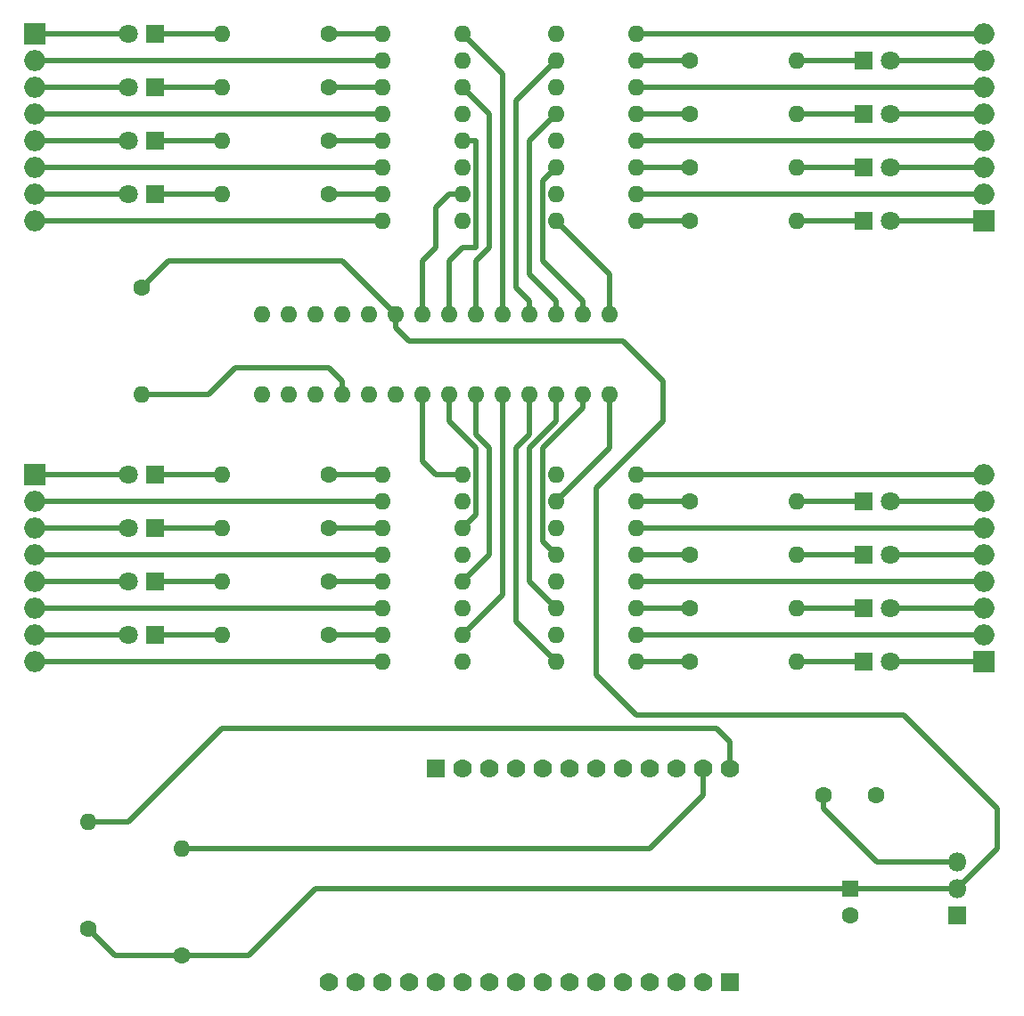
<source format=gtl>
G04 #@! TF.FileFunction,Copper,L1,Top,Signal*
%FSLAX46Y46*%
G04 Gerber Fmt 4.6, Leading zero omitted, Abs format (unit mm)*
G04 Created by KiCad (PCBNEW 4.0.7) date Sunday, October 29, 2017 'PMt' 07:19:28 PM*
%MOMM*%
%LPD*%
G01*
G04 APERTURE LIST*
%ADD10C,0.100000*%
%ADD11C,1.778000*%
%ADD12R,1.778000X1.778000*%
%ADD13O,1.600000X1.600000*%
%ADD14R,1.800000X1.800000*%
%ADD15C,1.800000*%
%ADD16O,1.998980X1.998980*%
%ADD17R,1.998980X1.998980*%
%ADD18C,1.600000*%
%ADD19R,1.600000X1.600000*%
%ADD20O,1.800000X1.800000*%
%ADD21C,0.500000*%
G04 APERTURE END LIST*
D10*
D11*
X72390000Y-135890000D03*
X74930000Y-135890000D03*
X77470000Y-135890000D03*
X80010000Y-135890000D03*
X82550000Y-135890000D03*
X85090000Y-135890000D03*
X87630000Y-135890000D03*
X90170000Y-135890000D03*
X92710000Y-135890000D03*
X95250000Y-135890000D03*
X97790000Y-135890000D03*
X100330000Y-135890000D03*
X102870000Y-135890000D03*
X105410000Y-135890000D03*
X107950000Y-135890000D03*
D12*
X110490000Y-135890000D03*
D11*
X85090000Y-115570000D03*
D12*
X82550000Y-115570000D03*
D11*
X87630000Y-115570000D03*
X90170000Y-115570000D03*
X92710000Y-115570000D03*
X95250000Y-115570000D03*
X97790000Y-115570000D03*
X100330000Y-115570000D03*
X102870000Y-115570000D03*
X105410000Y-115570000D03*
X107950000Y-115570000D03*
X110490000Y-115570000D03*
D13*
X101600000Y-63500000D03*
X101600000Y-60960000D03*
X101600000Y-58420000D03*
X101600000Y-55880000D03*
X101600000Y-53340000D03*
X101600000Y-50800000D03*
X101600000Y-48260000D03*
X101600000Y-45720000D03*
X93980000Y-45720000D03*
X93980000Y-48260000D03*
X93980000Y-50800000D03*
X93980000Y-53340000D03*
X93980000Y-55880000D03*
X93980000Y-58420000D03*
X93980000Y-60960000D03*
X93980000Y-63500000D03*
D14*
X123190000Y-63500000D03*
D15*
X125730000Y-63500000D03*
D14*
X123190000Y-58420000D03*
D15*
X125730000Y-58420000D03*
D14*
X123190000Y-53340000D03*
D15*
X125730000Y-53340000D03*
D14*
X123190000Y-48260000D03*
D15*
X125730000Y-48260000D03*
D13*
X77470000Y-45720000D03*
X77470000Y-48260000D03*
X77470000Y-50800000D03*
X77470000Y-53340000D03*
X77470000Y-55880000D03*
X77470000Y-58420000D03*
X77470000Y-60960000D03*
X77470000Y-63500000D03*
X85090000Y-63500000D03*
X85090000Y-60960000D03*
X85090000Y-58420000D03*
X85090000Y-55880000D03*
X85090000Y-53340000D03*
X85090000Y-50800000D03*
X85090000Y-48260000D03*
X85090000Y-45720000D03*
X77470000Y-87630000D03*
X77470000Y-90170000D03*
X77470000Y-92710000D03*
X77470000Y-95250000D03*
X77470000Y-97790000D03*
X77470000Y-100330000D03*
X77470000Y-102870000D03*
X77470000Y-105410000D03*
X85090000Y-105410000D03*
X85090000Y-102870000D03*
X85090000Y-100330000D03*
X85090000Y-97790000D03*
X85090000Y-95250000D03*
X85090000Y-92710000D03*
X85090000Y-90170000D03*
X85090000Y-87630000D03*
X101600000Y-105410000D03*
X101600000Y-102870000D03*
X101600000Y-100330000D03*
X101600000Y-97790000D03*
X101600000Y-95250000D03*
X101600000Y-92710000D03*
X101600000Y-90170000D03*
X101600000Y-87630000D03*
X93980000Y-87630000D03*
X93980000Y-90170000D03*
X93980000Y-92710000D03*
X93980000Y-95250000D03*
X93980000Y-97790000D03*
X93980000Y-100330000D03*
X93980000Y-102870000D03*
X93980000Y-105410000D03*
D14*
X55880000Y-45720000D03*
D15*
X53340000Y-45720000D03*
D14*
X55880000Y-50800000D03*
D15*
X53340000Y-50800000D03*
D14*
X55880000Y-55880000D03*
D15*
X53340000Y-55880000D03*
D14*
X55880000Y-60960000D03*
D15*
X53340000Y-60960000D03*
D14*
X55880000Y-87630000D03*
D15*
X53340000Y-87630000D03*
D14*
X55880000Y-92710000D03*
D15*
X53340000Y-92710000D03*
D14*
X55880000Y-97790000D03*
D15*
X53340000Y-97790000D03*
D14*
X55880000Y-102870000D03*
D15*
X53340000Y-102870000D03*
D14*
X123190000Y-105410000D03*
D15*
X125730000Y-105410000D03*
D14*
X123190000Y-100330000D03*
D15*
X125730000Y-100330000D03*
D14*
X123190000Y-95250000D03*
D15*
X125730000Y-95250000D03*
D14*
X123190000Y-90170000D03*
D15*
X125730000Y-90170000D03*
D16*
X134620000Y-55880000D03*
D17*
X134620000Y-63500000D03*
D16*
X134620000Y-60960000D03*
X134620000Y-58420000D03*
X134620000Y-53340000D03*
X134620000Y-50800000D03*
X134620000Y-48260000D03*
X134620000Y-45720000D03*
X44450000Y-53340000D03*
D17*
X44450000Y-45720000D03*
D16*
X44450000Y-48260000D03*
X44450000Y-50800000D03*
X44450000Y-55880000D03*
X44450000Y-58420000D03*
X44450000Y-60960000D03*
X44450000Y-63500000D03*
X44450000Y-95250000D03*
D17*
X44450000Y-87630000D03*
D16*
X44450000Y-90170000D03*
X44450000Y-92710000D03*
X44450000Y-97790000D03*
X44450000Y-100330000D03*
X44450000Y-102870000D03*
X44450000Y-105410000D03*
X134620000Y-97790000D03*
D17*
X134620000Y-105410000D03*
D16*
X134620000Y-102870000D03*
X134620000Y-100330000D03*
X134620000Y-95250000D03*
X134620000Y-92710000D03*
X134620000Y-90170000D03*
X134620000Y-87630000D03*
D13*
X99060000Y-72390000D03*
X96520000Y-72390000D03*
X93980000Y-72390000D03*
X91440000Y-72390000D03*
X88900000Y-72390000D03*
X86360000Y-72390000D03*
X83820000Y-72390000D03*
X81280000Y-72390000D03*
X78740000Y-72390000D03*
X76200000Y-72390000D03*
X73660000Y-72390000D03*
X71120000Y-72390000D03*
X68580000Y-72390000D03*
X66040000Y-72390000D03*
X66040000Y-80010000D03*
X68580000Y-80010000D03*
X71120000Y-80010000D03*
X73660000Y-80010000D03*
X76200000Y-80010000D03*
X78740000Y-80010000D03*
X81280000Y-80010000D03*
X83820000Y-80010000D03*
X86360000Y-80010000D03*
X88900000Y-80010000D03*
X91440000Y-80010000D03*
X93980000Y-80010000D03*
X96520000Y-80010000D03*
X99060000Y-80010000D03*
D18*
X106680000Y-63500000D03*
D13*
X116840000Y-63500000D03*
D18*
X106680000Y-58420000D03*
D13*
X116840000Y-58420000D03*
D18*
X106680000Y-53340000D03*
D13*
X116840000Y-53340000D03*
D18*
X106680000Y-48260000D03*
D13*
X116840000Y-48260000D03*
D18*
X72390000Y-45720000D03*
D13*
X62230000Y-45720000D03*
D18*
X72390000Y-50800000D03*
D13*
X62230000Y-50800000D03*
D18*
X72390000Y-55880000D03*
D13*
X62230000Y-55880000D03*
D18*
X72390000Y-60960000D03*
D13*
X62230000Y-60960000D03*
D18*
X72390000Y-87630000D03*
D13*
X62230000Y-87630000D03*
D18*
X72390000Y-92710000D03*
D13*
X62230000Y-92710000D03*
D18*
X72390000Y-97790000D03*
D13*
X62230000Y-97790000D03*
D18*
X72390000Y-102870000D03*
D13*
X62230000Y-102870000D03*
D18*
X106680000Y-105410000D03*
D13*
X116840000Y-105410000D03*
D18*
X106680000Y-100330000D03*
D13*
X116840000Y-100330000D03*
D18*
X106680000Y-95250000D03*
D13*
X116840000Y-95250000D03*
D18*
X106680000Y-90170000D03*
D13*
X116840000Y-90170000D03*
D18*
X58420000Y-133350000D03*
D13*
X58420000Y-123190000D03*
D18*
X49530000Y-130810000D03*
D13*
X49530000Y-120650000D03*
D18*
X54610000Y-69850000D03*
D13*
X54610000Y-80010000D03*
D18*
X119380000Y-118110000D03*
X124380000Y-118110000D03*
D19*
X121920000Y-127000000D03*
D18*
X121920000Y-129500000D03*
D14*
X132080000Y-129540000D03*
D20*
X132080000Y-127000000D03*
X132080000Y-124460000D03*
D21*
X116840000Y-63500000D02*
X123190000Y-63500000D01*
X125730000Y-63500000D02*
X134620000Y-63500000D01*
X116840000Y-58420000D02*
X123190000Y-58420000D01*
X125730000Y-58420000D02*
X134620000Y-58420000D01*
X116840000Y-53340000D02*
X123190000Y-53340000D01*
X125730000Y-53340000D02*
X134620000Y-53340000D01*
X116840000Y-48260000D02*
X123190000Y-48260000D01*
X125730000Y-48260000D02*
X134620000Y-48260000D01*
X101600000Y-63500000D02*
X106680000Y-63500000D01*
X101600000Y-58420000D02*
X106680000Y-58420000D01*
X101600000Y-53340000D02*
X106680000Y-53340000D01*
X101600000Y-48260000D02*
X106680000Y-48260000D01*
X101600000Y-60960000D02*
X134620000Y-60960000D01*
X101600000Y-55880000D02*
X134620000Y-55880000D01*
X101600000Y-50800000D02*
X134620000Y-50800000D01*
X101600000Y-45720000D02*
X134620000Y-45720000D01*
X91440000Y-72390000D02*
X91440000Y-71120000D01*
X90170000Y-52070000D02*
X93980000Y-48260000D01*
X90170000Y-69850000D02*
X90170000Y-52070000D01*
X91440000Y-71120000D02*
X90170000Y-69850000D01*
X93980000Y-72390000D02*
X93980000Y-71120000D01*
X91440000Y-55880000D02*
X93980000Y-53340000D01*
X91440000Y-68580000D02*
X91440000Y-55880000D01*
X93980000Y-71120000D02*
X91440000Y-68580000D01*
X96520000Y-72390000D02*
X96520000Y-71120000D01*
X92710000Y-59690000D02*
X93980000Y-58420000D01*
X92710000Y-67310000D02*
X92710000Y-59690000D01*
X96520000Y-71120000D02*
X92710000Y-67310000D01*
X99060000Y-72390000D02*
X99060000Y-68580000D01*
X99060000Y-68580000D02*
X93980000Y-63500000D01*
X72390000Y-45720000D02*
X77470000Y-45720000D01*
X44450000Y-48260000D02*
X77470000Y-48260000D01*
X72390000Y-50800000D02*
X77470000Y-50800000D01*
X44450000Y-53340000D02*
X77470000Y-53340000D01*
X72390000Y-55880000D02*
X77470000Y-55880000D01*
X44450000Y-58420000D02*
X77470000Y-58420000D01*
X72390000Y-60960000D02*
X77470000Y-60960000D01*
X44450000Y-63500000D02*
X77470000Y-63500000D01*
X81280000Y-72390000D02*
X81280000Y-68580000D01*
X83820000Y-60960000D02*
X85090000Y-60960000D01*
X82550000Y-62230000D02*
X83820000Y-60960000D01*
X82550000Y-66040000D02*
X82550000Y-62230000D01*
X81280000Y-67310000D02*
X82550000Y-66040000D01*
X81280000Y-68580000D02*
X81280000Y-67310000D01*
X83820000Y-72390000D02*
X83820000Y-67310000D01*
X86360000Y-55880000D02*
X85090000Y-55880000D01*
X86360000Y-66040000D02*
X86360000Y-55880000D01*
X85090000Y-66040000D02*
X86360000Y-66040000D01*
X83820000Y-67310000D02*
X85090000Y-66040000D01*
X86360000Y-72390000D02*
X86360000Y-67310000D01*
X87630000Y-53340000D02*
X85090000Y-50800000D01*
X87630000Y-66040000D02*
X87630000Y-53340000D01*
X86360000Y-67310000D02*
X87630000Y-66040000D01*
X88900000Y-72390000D02*
X88900000Y-49530000D01*
X88900000Y-49530000D02*
X85090000Y-45720000D01*
X72390000Y-87630000D02*
X77470000Y-87630000D01*
X44450000Y-90170000D02*
X77470000Y-90170000D01*
X72390000Y-92710000D02*
X77470000Y-92710000D01*
X44450000Y-95250000D02*
X77470000Y-95250000D01*
X72390000Y-97790000D02*
X77470000Y-97790000D01*
X44450000Y-100330000D02*
X77470000Y-100330000D01*
X72390000Y-102870000D02*
X77470000Y-102870000D01*
X44450000Y-105410000D02*
X77470000Y-105410000D01*
X88900000Y-80010000D02*
X88900000Y-99060000D01*
X88900000Y-99060000D02*
X85090000Y-102870000D01*
X86360000Y-80010000D02*
X86360000Y-83820000D01*
X87630000Y-95250000D02*
X85090000Y-97790000D01*
X87630000Y-85090000D02*
X87630000Y-95250000D01*
X86360000Y-83820000D02*
X87630000Y-85090000D01*
X83820000Y-80010000D02*
X83820000Y-82550000D01*
X86360000Y-91440000D02*
X85090000Y-92710000D01*
X86360000Y-85090000D02*
X86360000Y-91440000D01*
X83820000Y-82550000D02*
X86360000Y-85090000D01*
X81280000Y-80010000D02*
X81280000Y-86360000D01*
X82550000Y-87630000D02*
X85090000Y-87630000D01*
X81280000Y-86360000D02*
X82550000Y-87630000D01*
X101600000Y-105410000D02*
X106680000Y-105410000D01*
X101600000Y-102870000D02*
X134620000Y-102870000D01*
X101600000Y-100330000D02*
X106680000Y-100330000D01*
X101600000Y-97790000D02*
X134620000Y-97790000D01*
X101600000Y-95250000D02*
X106680000Y-95250000D01*
X101600000Y-92710000D02*
X134620000Y-92710000D01*
X101600000Y-90170000D02*
X106680000Y-90170000D01*
X101600000Y-87630000D02*
X134620000Y-87630000D01*
X99060000Y-80010000D02*
X99060000Y-85090000D01*
X99060000Y-85090000D02*
X93980000Y-90170000D01*
X96520000Y-80010000D02*
X96520000Y-81280000D01*
X92710000Y-93980000D02*
X93980000Y-95250000D01*
X92710000Y-85090000D02*
X92710000Y-93980000D01*
X96520000Y-81280000D02*
X92710000Y-85090000D01*
X93980000Y-80010000D02*
X93980000Y-82550000D01*
X91440000Y-97790000D02*
X93980000Y-100330000D01*
X91440000Y-85090000D02*
X91440000Y-97790000D01*
X93980000Y-82550000D02*
X91440000Y-85090000D01*
X91440000Y-80010000D02*
X91440000Y-83820000D01*
X90170000Y-101600000D02*
X93980000Y-105410000D01*
X90170000Y-85090000D02*
X90170000Y-101600000D01*
X91440000Y-83820000D02*
X90170000Y-85090000D01*
X55880000Y-45720000D02*
X62230000Y-45720000D01*
X44450000Y-45720000D02*
X53340000Y-45720000D01*
X55880000Y-50800000D02*
X62230000Y-50800000D01*
X44450000Y-50800000D02*
X53340000Y-50800000D01*
X55880000Y-55880000D02*
X62230000Y-55880000D01*
X44450000Y-55880000D02*
X53340000Y-55880000D01*
X55880000Y-60960000D02*
X62230000Y-60960000D01*
X44450000Y-60960000D02*
X53340000Y-60960000D01*
X55880000Y-87630000D02*
X62230000Y-87630000D01*
X44450000Y-87630000D02*
X53340000Y-87630000D01*
X55880000Y-92710000D02*
X62230000Y-92710000D01*
X44450000Y-92710000D02*
X53340000Y-92710000D01*
X55880000Y-97790000D02*
X62230000Y-97790000D01*
X44450000Y-97790000D02*
X53340000Y-97790000D01*
X55880000Y-102870000D02*
X62230000Y-102870000D01*
X44450000Y-102870000D02*
X53340000Y-102870000D01*
X116840000Y-105410000D02*
X123190000Y-105410000D01*
X125730000Y-105410000D02*
X134620000Y-105410000D01*
X116840000Y-100330000D02*
X123190000Y-100330000D01*
X125730000Y-100330000D02*
X134620000Y-100330000D01*
X116840000Y-95250000D02*
X123190000Y-95250000D01*
X125730000Y-95250000D02*
X134620000Y-95250000D01*
X116840000Y-90170000D02*
X123190000Y-90170000D01*
X125730000Y-90170000D02*
X134620000Y-90170000D01*
X58420000Y-123190000D02*
X102870000Y-123190000D01*
X107950000Y-118110000D02*
X107950000Y-115570000D01*
X102870000Y-123190000D02*
X107950000Y-118110000D01*
X49530000Y-120650000D02*
X53340000Y-120650000D01*
X110490000Y-113030000D02*
X110490000Y-115570000D01*
X109220000Y-111760000D02*
X110490000Y-113030000D01*
X62230000Y-111760000D02*
X109220000Y-111760000D01*
X53340000Y-120650000D02*
X62230000Y-111760000D01*
X54610000Y-80010000D02*
X60960000Y-80010000D01*
X73660000Y-78740000D02*
X73660000Y-80010000D01*
X72390000Y-77470000D02*
X73660000Y-78740000D01*
X63500000Y-77470000D02*
X72390000Y-77470000D01*
X60960000Y-80010000D02*
X63500000Y-77470000D01*
X119380000Y-118110000D02*
X119380000Y-119380000D01*
X124460000Y-124460000D02*
X132080000Y-124460000D01*
X119380000Y-119380000D02*
X124460000Y-124460000D01*
X78740000Y-72390000D02*
X78740000Y-73660000D01*
X135890000Y-123190000D02*
X132080000Y-127000000D01*
X135890000Y-119380000D02*
X135890000Y-123190000D01*
X127000000Y-110490000D02*
X135890000Y-119380000D01*
X101600000Y-110490000D02*
X127000000Y-110490000D01*
X97790000Y-106680000D02*
X101600000Y-110490000D01*
X97790000Y-88900000D02*
X97790000Y-106680000D01*
X104140000Y-82550000D02*
X97790000Y-88900000D01*
X104140000Y-78740000D02*
X104140000Y-82550000D01*
X100330000Y-74930000D02*
X104140000Y-78740000D01*
X80010000Y-74930000D02*
X100330000Y-74930000D01*
X78740000Y-73660000D02*
X80010000Y-74930000D01*
X121920000Y-127000000D02*
X132080000Y-127000000D01*
X121920000Y-127000000D02*
X71120000Y-127000000D01*
X64770000Y-133350000D02*
X58420000Y-133350000D01*
X71120000Y-127000000D02*
X64770000Y-133350000D01*
X78740000Y-72390000D02*
X73660000Y-67310000D01*
X57150000Y-67310000D02*
X54610000Y-69850000D01*
X73660000Y-67310000D02*
X57150000Y-67310000D01*
X58420000Y-133350000D02*
X52070000Y-133350000D01*
X52070000Y-133350000D02*
X49530000Y-130810000D01*
M02*

</source>
